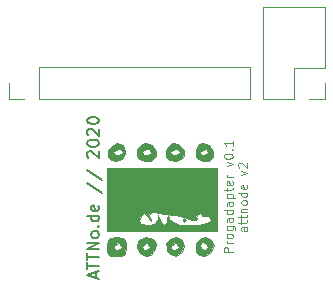
<source format=gbr>
G04 #@! TF.GenerationSoftware,KiCad,Pcbnew,(5.1.8)-1*
G04 #@! TF.CreationDate,2021-02-09T21:10:15+01:00*
G04 #@! TF.ProjectId,attnodev2_prog_o,6174746e-6f64-4657-9632-5f70726f675f,rev?*
G04 #@! TF.SameCoordinates,Original*
G04 #@! TF.FileFunction,Legend,Top*
G04 #@! TF.FilePolarity,Positive*
%FSLAX46Y46*%
G04 Gerber Fmt 4.6, Leading zero omitted, Abs format (unit mm)*
G04 Created by KiCad (PCBNEW (5.1.8)-1) date 2021-02-09 21:10:15*
%MOMM*%
%LPD*%
G01*
G04 APERTURE LIST*
%ADD10C,0.120000*%
%ADD11C,0.150000*%
%ADD12C,0.010000*%
G04 APERTURE END LIST*
D10*
X75535785Y-78839028D02*
X74785785Y-78839028D01*
X74785785Y-78553314D01*
X74821500Y-78481885D01*
X74857214Y-78446171D01*
X74928642Y-78410457D01*
X75035785Y-78410457D01*
X75107214Y-78446171D01*
X75142928Y-78481885D01*
X75178642Y-78553314D01*
X75178642Y-78839028D01*
X75535785Y-78089028D02*
X75035785Y-78089028D01*
X75178642Y-78089028D02*
X75107214Y-78053314D01*
X75071500Y-78017600D01*
X75035785Y-77946171D01*
X75035785Y-77874742D01*
X75535785Y-77517600D02*
X75500071Y-77589028D01*
X75464357Y-77624742D01*
X75392928Y-77660457D01*
X75178642Y-77660457D01*
X75107214Y-77624742D01*
X75071500Y-77589028D01*
X75035785Y-77517600D01*
X75035785Y-77410457D01*
X75071500Y-77339028D01*
X75107214Y-77303314D01*
X75178642Y-77267600D01*
X75392928Y-77267600D01*
X75464357Y-77303314D01*
X75500071Y-77339028D01*
X75535785Y-77410457D01*
X75535785Y-77517600D01*
X75035785Y-76624742D02*
X75642928Y-76624742D01*
X75714357Y-76660457D01*
X75750071Y-76696171D01*
X75785785Y-76767600D01*
X75785785Y-76874742D01*
X75750071Y-76946171D01*
X75500071Y-76624742D02*
X75535785Y-76696171D01*
X75535785Y-76839028D01*
X75500071Y-76910457D01*
X75464357Y-76946171D01*
X75392928Y-76981885D01*
X75178642Y-76981885D01*
X75107214Y-76946171D01*
X75071500Y-76910457D01*
X75035785Y-76839028D01*
X75035785Y-76696171D01*
X75071500Y-76624742D01*
X75535785Y-75946171D02*
X75142928Y-75946171D01*
X75071500Y-75981885D01*
X75035785Y-76053314D01*
X75035785Y-76196171D01*
X75071500Y-76267600D01*
X75500071Y-75946171D02*
X75535785Y-76017600D01*
X75535785Y-76196171D01*
X75500071Y-76267600D01*
X75428642Y-76303314D01*
X75357214Y-76303314D01*
X75285785Y-76267600D01*
X75250071Y-76196171D01*
X75250071Y-76017600D01*
X75214357Y-75946171D01*
X75535785Y-75267600D02*
X74785785Y-75267600D01*
X75500071Y-75267600D02*
X75535785Y-75339028D01*
X75535785Y-75481885D01*
X75500071Y-75553314D01*
X75464357Y-75589028D01*
X75392928Y-75624742D01*
X75178642Y-75624742D01*
X75107214Y-75589028D01*
X75071500Y-75553314D01*
X75035785Y-75481885D01*
X75035785Y-75339028D01*
X75071500Y-75267600D01*
X75535785Y-74589028D02*
X75142928Y-74589028D01*
X75071500Y-74624742D01*
X75035785Y-74696171D01*
X75035785Y-74839028D01*
X75071500Y-74910457D01*
X75500071Y-74589028D02*
X75535785Y-74660457D01*
X75535785Y-74839028D01*
X75500071Y-74910457D01*
X75428642Y-74946171D01*
X75357214Y-74946171D01*
X75285785Y-74910457D01*
X75250071Y-74839028D01*
X75250071Y-74660457D01*
X75214357Y-74589028D01*
X75035785Y-74231885D02*
X75785785Y-74231885D01*
X75071500Y-74231885D02*
X75035785Y-74160457D01*
X75035785Y-74017600D01*
X75071500Y-73946171D01*
X75107214Y-73910457D01*
X75178642Y-73874742D01*
X75392928Y-73874742D01*
X75464357Y-73910457D01*
X75500071Y-73946171D01*
X75535785Y-74017600D01*
X75535785Y-74160457D01*
X75500071Y-74231885D01*
X75035785Y-73660457D02*
X75035785Y-73374742D01*
X74785785Y-73553314D02*
X75428642Y-73553314D01*
X75500071Y-73517600D01*
X75535785Y-73446171D01*
X75535785Y-73374742D01*
X75500071Y-72839028D02*
X75535785Y-72910457D01*
X75535785Y-73053314D01*
X75500071Y-73124742D01*
X75428642Y-73160457D01*
X75142928Y-73160457D01*
X75071500Y-73124742D01*
X75035785Y-73053314D01*
X75035785Y-72910457D01*
X75071500Y-72839028D01*
X75142928Y-72803314D01*
X75214357Y-72803314D01*
X75285785Y-73160457D01*
X75535785Y-72481885D02*
X75035785Y-72481885D01*
X75178642Y-72481885D02*
X75107214Y-72446171D01*
X75071500Y-72410457D01*
X75035785Y-72339028D01*
X75035785Y-72267600D01*
X75035785Y-71517600D02*
X75535785Y-71339028D01*
X75035785Y-71160457D01*
X74785785Y-70731885D02*
X74785785Y-70660457D01*
X74821500Y-70589028D01*
X74857214Y-70553314D01*
X74928642Y-70517600D01*
X75071500Y-70481885D01*
X75250071Y-70481885D01*
X75392928Y-70517600D01*
X75464357Y-70553314D01*
X75500071Y-70589028D01*
X75535785Y-70660457D01*
X75535785Y-70731885D01*
X75500071Y-70803314D01*
X75464357Y-70839028D01*
X75392928Y-70874742D01*
X75250071Y-70910457D01*
X75071500Y-70910457D01*
X74928642Y-70874742D01*
X74857214Y-70839028D01*
X74821500Y-70803314D01*
X74785785Y-70731885D01*
X75464357Y-70160457D02*
X75500071Y-70124742D01*
X75535785Y-70160457D01*
X75500071Y-70196171D01*
X75464357Y-70160457D01*
X75535785Y-70160457D01*
X75535785Y-69410457D02*
X75535785Y-69839028D01*
X75535785Y-69624742D02*
X74785785Y-69624742D01*
X74892928Y-69696171D01*
X74964357Y-69767600D01*
X75000071Y-69839028D01*
X76780785Y-76678314D02*
X76387928Y-76678314D01*
X76316500Y-76714028D01*
X76280785Y-76785457D01*
X76280785Y-76928314D01*
X76316500Y-76999742D01*
X76745071Y-76678314D02*
X76780785Y-76749742D01*
X76780785Y-76928314D01*
X76745071Y-76999742D01*
X76673642Y-77035457D01*
X76602214Y-77035457D01*
X76530785Y-76999742D01*
X76495071Y-76928314D01*
X76495071Y-76749742D01*
X76459357Y-76678314D01*
X76280785Y-76428314D02*
X76280785Y-76142600D01*
X76030785Y-76321171D02*
X76673642Y-76321171D01*
X76745071Y-76285457D01*
X76780785Y-76214028D01*
X76780785Y-76142600D01*
X76280785Y-75999742D02*
X76280785Y-75714028D01*
X76030785Y-75892600D02*
X76673642Y-75892600D01*
X76745071Y-75856885D01*
X76780785Y-75785457D01*
X76780785Y-75714028D01*
X76280785Y-75464028D02*
X76780785Y-75464028D01*
X76352214Y-75464028D02*
X76316500Y-75428314D01*
X76280785Y-75356885D01*
X76280785Y-75249742D01*
X76316500Y-75178314D01*
X76387928Y-75142600D01*
X76780785Y-75142600D01*
X76780785Y-74678314D02*
X76745071Y-74749742D01*
X76709357Y-74785457D01*
X76637928Y-74821171D01*
X76423642Y-74821171D01*
X76352214Y-74785457D01*
X76316500Y-74749742D01*
X76280785Y-74678314D01*
X76280785Y-74571171D01*
X76316500Y-74499742D01*
X76352214Y-74464028D01*
X76423642Y-74428314D01*
X76637928Y-74428314D01*
X76709357Y-74464028D01*
X76745071Y-74499742D01*
X76780785Y-74571171D01*
X76780785Y-74678314D01*
X76780785Y-73785457D02*
X76030785Y-73785457D01*
X76745071Y-73785457D02*
X76780785Y-73856885D01*
X76780785Y-73999742D01*
X76745071Y-74071171D01*
X76709357Y-74106885D01*
X76637928Y-74142600D01*
X76423642Y-74142600D01*
X76352214Y-74106885D01*
X76316500Y-74071171D01*
X76280785Y-73999742D01*
X76280785Y-73856885D01*
X76316500Y-73785457D01*
X76745071Y-73142600D02*
X76780785Y-73214028D01*
X76780785Y-73356885D01*
X76745071Y-73428314D01*
X76673642Y-73464028D01*
X76387928Y-73464028D01*
X76316500Y-73428314D01*
X76280785Y-73356885D01*
X76280785Y-73214028D01*
X76316500Y-73142600D01*
X76387928Y-73106885D01*
X76459357Y-73106885D01*
X76530785Y-73464028D01*
X76280785Y-72285457D02*
X76780785Y-72106885D01*
X76280785Y-71928314D01*
X76102214Y-71678314D02*
X76066500Y-71642600D01*
X76030785Y-71571171D01*
X76030785Y-71392600D01*
X76066500Y-71321171D01*
X76102214Y-71285457D01*
X76173642Y-71249742D01*
X76245071Y-71249742D01*
X76352214Y-71285457D01*
X76780785Y-71714028D01*
X76780785Y-71249742D01*
D11*
X63946066Y-81028323D02*
X63946066Y-80552133D01*
X64231780Y-81123561D02*
X63231780Y-80790228D01*
X64231780Y-80456895D01*
X63231780Y-80266419D02*
X63231780Y-79694990D01*
X64231780Y-79980704D02*
X63231780Y-79980704D01*
X63231780Y-79504514D02*
X63231780Y-78933085D01*
X64231780Y-79218800D02*
X63231780Y-79218800D01*
X64231780Y-78599752D02*
X63231780Y-78599752D01*
X64231780Y-78028323D01*
X63231780Y-78028323D01*
X64231780Y-77409276D02*
X64184161Y-77504514D01*
X64136542Y-77552133D01*
X64041304Y-77599752D01*
X63755590Y-77599752D01*
X63660352Y-77552133D01*
X63612733Y-77504514D01*
X63565114Y-77409276D01*
X63565114Y-77266419D01*
X63612733Y-77171180D01*
X63660352Y-77123561D01*
X63755590Y-77075942D01*
X64041304Y-77075942D01*
X64136542Y-77123561D01*
X64184161Y-77171180D01*
X64231780Y-77266419D01*
X64231780Y-77409276D01*
X64136542Y-76647371D02*
X64184161Y-76599752D01*
X64231780Y-76647371D01*
X64184161Y-76694990D01*
X64136542Y-76647371D01*
X64231780Y-76647371D01*
X64231780Y-75742609D02*
X63231780Y-75742609D01*
X64184161Y-75742609D02*
X64231780Y-75837847D01*
X64231780Y-76028323D01*
X64184161Y-76123561D01*
X64136542Y-76171180D01*
X64041304Y-76218800D01*
X63755590Y-76218800D01*
X63660352Y-76171180D01*
X63612733Y-76123561D01*
X63565114Y-76028323D01*
X63565114Y-75837847D01*
X63612733Y-75742609D01*
X64184161Y-74885466D02*
X64231780Y-74980704D01*
X64231780Y-75171180D01*
X64184161Y-75266419D01*
X64088923Y-75314038D01*
X63707971Y-75314038D01*
X63612733Y-75266419D01*
X63565114Y-75171180D01*
X63565114Y-74980704D01*
X63612733Y-74885466D01*
X63707971Y-74837847D01*
X63803209Y-74837847D01*
X63898447Y-75314038D01*
X63184161Y-72933085D02*
X64469876Y-73790228D01*
X63184161Y-71885466D02*
X64469876Y-72742609D01*
X63327019Y-70837847D02*
X63279400Y-70790228D01*
X63231780Y-70694990D01*
X63231780Y-70456895D01*
X63279400Y-70361657D01*
X63327019Y-70314038D01*
X63422257Y-70266419D01*
X63517495Y-70266419D01*
X63660352Y-70314038D01*
X64231780Y-70885466D01*
X64231780Y-70266419D01*
X63231780Y-69647371D02*
X63231780Y-69552133D01*
X63279400Y-69456895D01*
X63327019Y-69409276D01*
X63422257Y-69361657D01*
X63612733Y-69314038D01*
X63850828Y-69314038D01*
X64041304Y-69361657D01*
X64136542Y-69409276D01*
X64184161Y-69456895D01*
X64231780Y-69552133D01*
X64231780Y-69647371D01*
X64184161Y-69742609D01*
X64136542Y-69790228D01*
X64041304Y-69837847D01*
X63850828Y-69885466D01*
X63612733Y-69885466D01*
X63422257Y-69837847D01*
X63327019Y-69790228D01*
X63279400Y-69742609D01*
X63231780Y-69647371D01*
X63327019Y-68933085D02*
X63279400Y-68885466D01*
X63231780Y-68790228D01*
X63231780Y-68552133D01*
X63279400Y-68456895D01*
X63327019Y-68409276D01*
X63422257Y-68361657D01*
X63517495Y-68361657D01*
X63660352Y-68409276D01*
X64231780Y-68980704D01*
X64231780Y-68361657D01*
X63231780Y-67742609D02*
X63231780Y-67647371D01*
X63279400Y-67552133D01*
X63327019Y-67504514D01*
X63422257Y-67456895D01*
X63612733Y-67409276D01*
X63850828Y-67409276D01*
X64041304Y-67456895D01*
X64136542Y-67504514D01*
X64184161Y-67552133D01*
X64231780Y-67647371D01*
X64231780Y-67742609D01*
X64184161Y-67837847D01*
X64136542Y-67885466D01*
X64041304Y-67933085D01*
X63850828Y-67980704D01*
X63612733Y-67980704D01*
X63422257Y-67933085D01*
X63327019Y-67885466D01*
X63279400Y-67837847D01*
X63231780Y-67742609D01*
D12*
G36*
X66268572Y-77645871D02*
G01*
X66477974Y-77958378D01*
X66502547Y-78381726D01*
X66436296Y-78949857D01*
X66123789Y-79159259D01*
X65700442Y-79183832D01*
X65132311Y-79117581D01*
X64922909Y-78805074D01*
X64898336Y-78381726D01*
X64900674Y-78361674D01*
X65484319Y-78361674D01*
X65613383Y-78605471D01*
X65834126Y-78649095D01*
X66166885Y-78513432D01*
X66183933Y-78361674D01*
X65907907Y-78085439D01*
X65834126Y-78074253D01*
X65520627Y-78282404D01*
X65484319Y-78361674D01*
X64900674Y-78361674D01*
X64964587Y-77813595D01*
X65277094Y-77604194D01*
X65700442Y-77579621D01*
X66268572Y-77645871D01*
G37*
X66268572Y-77645871D02*
X66477974Y-77958378D01*
X66502547Y-78381726D01*
X66436296Y-78949857D01*
X66123789Y-79159259D01*
X65700442Y-79183832D01*
X65132311Y-79117581D01*
X64922909Y-78805074D01*
X64898336Y-78381726D01*
X64900674Y-78361674D01*
X65484319Y-78361674D01*
X65613383Y-78605471D01*
X65834126Y-78649095D01*
X66166885Y-78513432D01*
X66183933Y-78361674D01*
X65907907Y-78085439D01*
X65834126Y-78074253D01*
X65520627Y-78282404D01*
X65484319Y-78361674D01*
X64900674Y-78361674D01*
X64964587Y-77813595D01*
X65277094Y-77604194D01*
X65700442Y-77579621D01*
X66268572Y-77645871D01*
G36*
X68788882Y-77749159D02*
G01*
X69018554Y-78014562D01*
X68998264Y-78577513D01*
X68641302Y-79044705D01*
X68240442Y-79183832D01*
X67793355Y-78996996D01*
X67600145Y-78816667D01*
X67443777Y-78361674D01*
X67890635Y-78361674D01*
X68019699Y-78605471D01*
X68240442Y-78649095D01*
X68573201Y-78513432D01*
X68590249Y-78361674D01*
X68314222Y-78085439D01*
X68240442Y-78074253D01*
X67926943Y-78282404D01*
X67890635Y-78361674D01*
X67443777Y-78361674D01*
X67411713Y-78268379D01*
X67647745Y-77793280D01*
X68210588Y-77580037D01*
X68240442Y-77579621D01*
X68788882Y-77749159D01*
G37*
X68788882Y-77749159D02*
X69018554Y-78014562D01*
X68998264Y-78577513D01*
X68641302Y-79044705D01*
X68240442Y-79183832D01*
X67793355Y-78996996D01*
X67600145Y-78816667D01*
X67443777Y-78361674D01*
X67890635Y-78361674D01*
X68019699Y-78605471D01*
X68240442Y-78649095D01*
X68573201Y-78513432D01*
X68590249Y-78361674D01*
X68314222Y-78085439D01*
X68240442Y-78074253D01*
X67926943Y-78282404D01*
X67890635Y-78361674D01*
X67443777Y-78361674D01*
X67411713Y-78268379D01*
X67647745Y-77793280D01*
X68210588Y-77580037D01*
X68240442Y-77579621D01*
X68788882Y-77749159D01*
G36*
X71274089Y-77792044D02*
G01*
X71466685Y-78277385D01*
X71294349Y-78807747D01*
X71287054Y-78816667D01*
X70752209Y-79159802D01*
X70232963Y-78994662D01*
X70000257Y-78690054D01*
X69956081Y-78361674D01*
X70296950Y-78361674D01*
X70426014Y-78605471D01*
X70646757Y-78649095D01*
X70979516Y-78513432D01*
X70996564Y-78361674D01*
X70720538Y-78085439D01*
X70646757Y-78074253D01*
X70333259Y-78282404D01*
X70296950Y-78361674D01*
X69956081Y-78361674D01*
X69922601Y-78112810D01*
X70278394Y-77699256D01*
X70805310Y-77579621D01*
X71274089Y-77792044D01*
G37*
X71274089Y-77792044D02*
X71466685Y-78277385D01*
X71294349Y-78807747D01*
X71287054Y-78816667D01*
X70752209Y-79159802D01*
X70232963Y-78994662D01*
X70000257Y-78690054D01*
X69956081Y-78361674D01*
X70296950Y-78361674D01*
X70426014Y-78605471D01*
X70646757Y-78649095D01*
X70979516Y-78513432D01*
X70996564Y-78361674D01*
X70720538Y-78085439D01*
X70646757Y-78074253D01*
X70333259Y-78282404D01*
X70296950Y-78361674D01*
X69956081Y-78361674D01*
X69922601Y-78112810D01*
X70278394Y-77699256D01*
X70805310Y-77579621D01*
X71274089Y-77792044D01*
G36*
X73732704Y-77780080D02*
G01*
X73929454Y-78255173D01*
X73718668Y-78786184D01*
X73203898Y-79142167D01*
X72715611Y-79083538D01*
X72481340Y-78782779D01*
X72449555Y-78294858D01*
X72765353Y-78294858D01*
X72979329Y-78585269D01*
X73202537Y-78649095D01*
X73449298Y-78469705D01*
X73454126Y-78426288D01*
X73279712Y-78038814D01*
X72917660Y-77985007D01*
X72877735Y-78006417D01*
X72765353Y-78294858D01*
X72449555Y-78294858D01*
X72438731Y-78128707D01*
X72784392Y-77681089D01*
X73186757Y-77579621D01*
X73732704Y-77780080D01*
G37*
X73732704Y-77780080D02*
X73929454Y-78255173D01*
X73718668Y-78786184D01*
X73203898Y-79142167D01*
X72715611Y-79083538D01*
X72481340Y-78782779D01*
X72449555Y-78294858D01*
X72765353Y-78294858D01*
X72979329Y-78585269D01*
X73202537Y-78649095D01*
X73449298Y-78469705D01*
X73454126Y-78426288D01*
X73279712Y-78038814D01*
X72917660Y-77985007D01*
X72877735Y-78006417D01*
X72765353Y-78294858D01*
X72449555Y-78294858D01*
X72438731Y-78128707D01*
X72784392Y-77681089D01*
X73186757Y-77579621D01*
X73732704Y-77780080D01*
G36*
X74256231Y-77044884D02*
G01*
X64898336Y-77044884D01*
X64898336Y-76227910D01*
X67598460Y-76227910D01*
X67802623Y-76458036D01*
X68374126Y-76510147D01*
X68994407Y-76403484D01*
X69206686Y-76050069D01*
X69207246Y-76042253D01*
X69244592Y-75712736D01*
X69323514Y-75902601D01*
X69360535Y-76042253D01*
X69580774Y-76438751D01*
X69730572Y-76510147D01*
X69955831Y-76288140D01*
X70009351Y-76042253D01*
X70046697Y-75712736D01*
X70125619Y-75902601D01*
X70162640Y-76042253D01*
X70467483Y-76313869D01*
X71105229Y-76486400D01*
X71912028Y-76558087D01*
X72724031Y-76527169D01*
X73377385Y-76391885D01*
X73708241Y-76150475D01*
X73721494Y-76080489D01*
X73557099Y-75776906D01*
X73320442Y-75804730D01*
X72976545Y-75802865D01*
X72919389Y-75683871D01*
X72754510Y-75533277D01*
X72647659Y-75577053D01*
X72484008Y-75882710D01*
X72515249Y-75970414D01*
X72426908Y-76116926D01*
X72185399Y-76106080D01*
X71788573Y-76004611D01*
X71716231Y-75961745D01*
X71461538Y-75863966D01*
X70742522Y-75724299D01*
X69626784Y-75555676D01*
X69507966Y-75539350D01*
X68805464Y-75467106D01*
X68508791Y-75535874D01*
X68498382Y-75787144D01*
X68525522Y-75880249D01*
X68621783Y-76222958D01*
X68516673Y-76114186D01*
X68363076Y-75876490D01*
X68077713Y-75551879D01*
X67848453Y-75688281D01*
X67812246Y-75742806D01*
X67598460Y-76227910D01*
X64898336Y-76227910D01*
X64898336Y-71697516D01*
X74256231Y-71697516D01*
X74256231Y-77044884D01*
G37*
X74256231Y-77044884D02*
X64898336Y-77044884D01*
X64898336Y-76227910D01*
X67598460Y-76227910D01*
X67802623Y-76458036D01*
X68374126Y-76510147D01*
X68994407Y-76403484D01*
X69206686Y-76050069D01*
X69207246Y-76042253D01*
X69244592Y-75712736D01*
X69323514Y-75902601D01*
X69360535Y-76042253D01*
X69580774Y-76438751D01*
X69730572Y-76510147D01*
X69955831Y-76288140D01*
X70009351Y-76042253D01*
X70046697Y-75712736D01*
X70125619Y-75902601D01*
X70162640Y-76042253D01*
X70467483Y-76313869D01*
X71105229Y-76486400D01*
X71912028Y-76558087D01*
X72724031Y-76527169D01*
X73377385Y-76391885D01*
X73708241Y-76150475D01*
X73721494Y-76080489D01*
X73557099Y-75776906D01*
X73320442Y-75804730D01*
X72976545Y-75802865D01*
X72919389Y-75683871D01*
X72754510Y-75533277D01*
X72647659Y-75577053D01*
X72484008Y-75882710D01*
X72515249Y-75970414D01*
X72426908Y-76116926D01*
X72185399Y-76106080D01*
X71788573Y-76004611D01*
X71716231Y-75961745D01*
X71461538Y-75863966D01*
X70742522Y-75724299D01*
X69626784Y-75555676D01*
X69507966Y-75539350D01*
X68805464Y-75467106D01*
X68508791Y-75535874D01*
X68498382Y-75787144D01*
X68525522Y-75880249D01*
X68621783Y-76222958D01*
X68516673Y-76114186D01*
X68363076Y-75876490D01*
X68077713Y-75551879D01*
X67848453Y-75688281D01*
X67812246Y-75742806D01*
X67598460Y-76227910D01*
X64898336Y-76227910D01*
X64898336Y-71697516D01*
X74256231Y-71697516D01*
X74256231Y-77044884D01*
G36*
X66246629Y-69754277D02*
G01*
X66463674Y-70230805D01*
X66454457Y-70426320D01*
X66191311Y-70908792D01*
X65712334Y-71132002D01*
X65229323Y-71047585D01*
X64994264Y-70759746D01*
X65020418Y-70360674D01*
X65433073Y-70360674D01*
X65649630Y-70597877D01*
X65834126Y-70628042D01*
X66189931Y-70483671D01*
X66235178Y-70360674D01*
X66018621Y-70123470D01*
X65834126Y-70093305D01*
X65478320Y-70237676D01*
X65433073Y-70360674D01*
X65020418Y-70360674D01*
X65029035Y-70229198D01*
X65242096Y-69902328D01*
X65780936Y-69619500D01*
X66246629Y-69754277D01*
G37*
X66246629Y-69754277D02*
X66463674Y-70230805D01*
X66454457Y-70426320D01*
X66191311Y-70908792D01*
X65712334Y-71132002D01*
X65229323Y-71047585D01*
X64994264Y-70759746D01*
X65020418Y-70360674D01*
X65433073Y-70360674D01*
X65649630Y-70597877D01*
X65834126Y-70628042D01*
X66189931Y-70483671D01*
X66235178Y-70360674D01*
X66018621Y-70123470D01*
X65834126Y-70093305D01*
X65478320Y-70237676D01*
X65433073Y-70360674D01*
X65020418Y-70360674D01*
X65029035Y-70229198D01*
X65242096Y-69902328D01*
X65780936Y-69619500D01*
X66246629Y-69754277D01*
G36*
X68744663Y-69783801D02*
G01*
X69038718Y-70294893D01*
X69018554Y-70727838D01*
X68647736Y-71075217D01*
X68085108Y-71140398D01*
X67593073Y-70923380D01*
X67462329Y-70727838D01*
X67475562Y-70360674D01*
X67839389Y-70360674D01*
X68055946Y-70597877D01*
X68240442Y-70628042D01*
X68596247Y-70483671D01*
X68641494Y-70360674D01*
X68424937Y-70123470D01*
X68240442Y-70093305D01*
X67884636Y-70237676D01*
X67839389Y-70360674D01*
X67475562Y-70360674D01*
X67482619Y-70164887D01*
X67839581Y-69697695D01*
X68240442Y-69558568D01*
X68744663Y-69783801D01*
G37*
X68744663Y-69783801D02*
X69038718Y-70294893D01*
X69018554Y-70727838D01*
X68647736Y-71075217D01*
X68085108Y-71140398D01*
X67593073Y-70923380D01*
X67462329Y-70727838D01*
X67475562Y-70360674D01*
X67839389Y-70360674D01*
X68055946Y-70597877D01*
X68240442Y-70628042D01*
X68596247Y-70483671D01*
X68641494Y-70360674D01*
X68424937Y-70123470D01*
X68240442Y-70093305D01*
X67884636Y-70237676D01*
X67839389Y-70360674D01*
X67475562Y-70360674D01*
X67482619Y-70164887D01*
X67839581Y-69697695D01*
X68240442Y-69558568D01*
X68744663Y-69783801D01*
G36*
X70940815Y-69706579D02*
G01*
X70965308Y-69721392D01*
X71401671Y-70197479D01*
X71404982Y-70698485D01*
X71002373Y-71051191D01*
X70747755Y-71110400D01*
X70131550Y-71036754D01*
X69897172Y-70802178D01*
X69920376Y-70360674D01*
X70245705Y-70360674D01*
X70462262Y-70597877D01*
X70646757Y-70628042D01*
X71002563Y-70483671D01*
X71047810Y-70360674D01*
X70831253Y-70123470D01*
X70646757Y-70093305D01*
X70290952Y-70237676D01*
X70245705Y-70360674D01*
X69920376Y-70360674D01*
X69923769Y-70296117D01*
X70114725Y-69918767D01*
X70497007Y-69586162D01*
X70940815Y-69706579D01*
G37*
X70940815Y-69706579D02*
X70965308Y-69721392D01*
X71401671Y-70197479D01*
X71404982Y-70698485D01*
X71002373Y-71051191D01*
X70747755Y-71110400D01*
X70131550Y-71036754D01*
X69897172Y-70802178D01*
X69920376Y-70360674D01*
X70245705Y-70360674D01*
X70462262Y-70597877D01*
X70646757Y-70628042D01*
X71002563Y-70483671D01*
X71047810Y-70360674D01*
X70831253Y-70123470D01*
X70646757Y-70093305D01*
X70290952Y-70237676D01*
X70245705Y-70360674D01*
X69920376Y-70360674D01*
X69923769Y-70296117D01*
X70114725Y-69918767D01*
X70497007Y-69586162D01*
X70940815Y-69706579D01*
G36*
X73533416Y-69775221D02*
G01*
X73878335Y-70268400D01*
X73893482Y-70758321D01*
X73531767Y-71090300D01*
X72993860Y-71133796D01*
X72552636Y-70888150D01*
X72481340Y-70761726D01*
X72448979Y-70360674D01*
X72785705Y-70360674D01*
X72846317Y-70589568D01*
X73037294Y-70628042D01*
X73403111Y-70488449D01*
X73454126Y-70360674D01*
X73262228Y-70100958D01*
X73202537Y-70093305D01*
X72840430Y-70287655D01*
X72785705Y-70360674D01*
X72448979Y-70360674D01*
X72432438Y-70155683D01*
X72684500Y-69687945D01*
X73011944Y-69558568D01*
X73533416Y-69775221D01*
G37*
X73533416Y-69775221D02*
X73878335Y-70268400D01*
X73893482Y-70758321D01*
X73531767Y-71090300D01*
X72993860Y-71133796D01*
X72552636Y-70888150D01*
X72481340Y-70761726D01*
X72448979Y-70360674D01*
X72785705Y-70360674D01*
X72846317Y-70589568D01*
X73037294Y-70628042D01*
X73403111Y-70488449D01*
X73454126Y-70360674D01*
X73262228Y-70100958D01*
X73202537Y-70093305D01*
X72840430Y-70287655D01*
X72785705Y-70360674D01*
X72448979Y-70360674D01*
X72432438Y-70155683D01*
X72684500Y-69687945D01*
X73011944Y-69558568D01*
X73533416Y-69775221D01*
G36*
X71582547Y-76109095D02*
G01*
X71448863Y-76242779D01*
X71315178Y-76109095D01*
X71448863Y-75975410D01*
X71582547Y-76109095D01*
G37*
X71582547Y-76109095D02*
X71448863Y-76242779D01*
X71315178Y-76109095D01*
X71448863Y-75975410D01*
X71582547Y-76109095D01*
D10*
X83346600Y-58106000D02*
X78146600Y-58106000D01*
X83346600Y-63246000D02*
X83346600Y-58106000D01*
X78146600Y-65846000D02*
X78146600Y-58106000D01*
X83346600Y-63246000D02*
X80746600Y-63246000D01*
X80746600Y-63246000D02*
X80746600Y-65846000D01*
X80746600Y-65846000D02*
X78146600Y-65846000D01*
X83346600Y-64516000D02*
X83346600Y-65846000D01*
X83346600Y-65846000D02*
X82016600Y-65846000D01*
X77022000Y-65846000D02*
X77022000Y-63186000D01*
X59182000Y-65846000D02*
X77022000Y-65846000D01*
X59182000Y-63186000D02*
X77022000Y-63186000D01*
X59182000Y-65846000D02*
X59182000Y-63186000D01*
X57912000Y-65846000D02*
X56582000Y-65846000D01*
X56582000Y-65846000D02*
X56582000Y-64516000D01*
M02*

</source>
